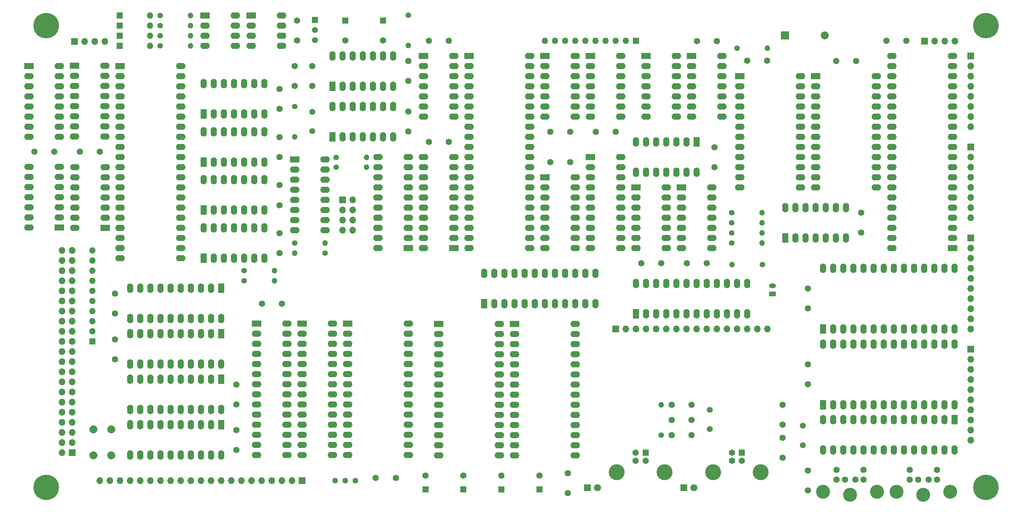
<source format=gbr>
%TF.GenerationSoftware,KiCad,Pcbnew,8.0.2-8.0.2-0~ubuntu20.04.1*%
%TF.CreationDate,2024-06-07T01:09:34+05:00*%
%TF.ProjectId,RedStar,52656453-7461-4722-9e6b-696361645f70,v1.5*%
%TF.SameCoordinates,Original*%
%TF.FileFunction,Soldermask,Bot*%
%TF.FilePolarity,Negative*%
%FSLAX46Y46*%
G04 Gerber Fmt 4.6, Leading zero omitted, Abs format (unit mm)*
G04 Created by KiCad (PCBNEW 8.0.2-8.0.2-0~ubuntu20.04.1) date 2024-06-07 01:09:34*
%MOMM*%
%LPD*%
G01*
G04 APERTURE LIST*
G04 Aperture macros list*
%AMRoundRect*
0 Rectangle with rounded corners*
0 $1 Rounding radius*
0 $2 $3 $4 $5 $6 $7 $8 $9 X,Y pos of 4 corners*
0 Add a 4 corners polygon primitive as box body*
4,1,4,$2,$3,$4,$5,$6,$7,$8,$9,$2,$3,0*
0 Add four circle primitives for the rounded corners*
1,1,$1+$1,$2,$3*
1,1,$1+$1,$4,$5*
1,1,$1+$1,$6,$7*
1,1,$1+$1,$8,$9*
0 Add four rect primitives between the rounded corners*
20,1,$1+$1,$2,$3,$4,$5,0*
20,1,$1+$1,$4,$5,$6,$7,0*
20,1,$1+$1,$6,$7,$8,$9,0*
20,1,$1+$1,$8,$9,$2,$3,0*%
G04 Aperture macros list end*
%ADD10R,1.600000X2.400000*%
%ADD11O,1.600000X2.400000*%
%ADD12C,1.400000*%
%ADD13O,1.400000X1.400000*%
%ADD14C,1.600000*%
%ADD15R,1.500000X1.500000*%
%ADD16C,1.500000*%
%ADD17R,1.600000X1.600000*%
%ADD18R,2.400000X1.600000*%
%ADD19O,2.400000X1.600000*%
%ADD20O,1.600000X1.600000*%
%ADD21C,3.500000*%
%ADD22R,1.700000X1.700000*%
%ADD23O,1.700000X1.700000*%
%ADD24C,0.800000*%
%ADD25C,6.400000*%
%ADD26C,4.000000*%
%ADD27R,1.800000X1.800000*%
%ADD28C,1.800000*%
%ADD29C,1.440000*%
%ADD30R,2.000000X2.000000*%
%ADD31C,2.000000*%
%ADD32RoundRect,0.250000X0.625000X-0.350000X0.625000X0.350000X-0.625000X0.350000X-0.625000X-0.350000X0*%
%ADD33O,1.750000X1.200000*%
G04 APERTURE END LIST*
D10*
%TO.C,DD17*%
X120015000Y-130810000D03*
D11*
X122555000Y-130810000D03*
X125095000Y-130810000D03*
X127635000Y-130810000D03*
X130175000Y-130810000D03*
X132715000Y-130810000D03*
X135255000Y-130810000D03*
X135255000Y-123190000D03*
X132715000Y-123190000D03*
X130175000Y-123190000D03*
X127635000Y-123190000D03*
X125095000Y-123190000D03*
X122555000Y-123190000D03*
X120015000Y-123190000D03*
%TD*%
D12*
%TO.C,R19*%
X171375000Y-69835000D03*
D13*
X171375000Y-77455000D03*
%TD*%
D14*
%TO.C,C45*%
X242521500Y-167640000D03*
X237521500Y-167640000D03*
%TD*%
D10*
%TO.C,DD41*%
X124455000Y-138415000D03*
D11*
X121915000Y-138415000D03*
X119375000Y-138415000D03*
X116835000Y-138415000D03*
X114295000Y-138415000D03*
X111755000Y-138415000D03*
X109215000Y-138415000D03*
X106675000Y-138415000D03*
X104135000Y-138415000D03*
X101595000Y-138415000D03*
X101595000Y-146035000D03*
X104135000Y-146035000D03*
X106675000Y-146035000D03*
X109215000Y-146035000D03*
X111755000Y-146035000D03*
X114295000Y-146035000D03*
X116835000Y-146035000D03*
X119375000Y-146035000D03*
X121915000Y-146035000D03*
X124455000Y-146035000D03*
%TD*%
D15*
%TO.C,DA2*%
X147955000Y-70993000D03*
D16*
X147955000Y-73533000D03*
X147955000Y-76073000D03*
%TD*%
D14*
%TO.C,C22*%
X139065000Y-105410000D03*
X139065000Y-100410000D03*
%TD*%
%TO.C,C2*%
X142875000Y-87550000D03*
X142875000Y-82550000D03*
%TD*%
%TO.C,C24*%
X207090000Y-99060000D03*
X212090000Y-99060000D03*
%TD*%
D12*
%TO.C,R14*%
X153289000Y-105537000D03*
D13*
X160909000Y-105537000D03*
%TD*%
D17*
%TO.C,C39*%
X175693000Y-188920000D03*
D14*
X175693000Y-185420000D03*
%TD*%
D12*
%TO.C,R9*%
X109055000Y-77470000D03*
D13*
X116675000Y-77470000D03*
%TD*%
D14*
%TO.C,C17*%
X128270000Y-167600000D03*
X128270000Y-162600000D03*
%TD*%
D18*
%TO.C,DD37*%
X76200000Y-82550000D03*
D19*
X76200000Y-85090000D03*
X76200000Y-87630000D03*
X76200000Y-90170000D03*
X76200000Y-92710000D03*
X76200000Y-95250000D03*
X76200000Y-97790000D03*
X76200000Y-100330000D03*
X83820000Y-100330000D03*
X83820000Y-97790000D03*
X83820000Y-95250000D03*
X83820000Y-92710000D03*
X83820000Y-90170000D03*
X83820000Y-87630000D03*
X83820000Y-85090000D03*
X83820000Y-82550000D03*
%TD*%
D18*
%TO.C,DD1*%
X186690000Y-80010000D03*
D19*
X186690000Y-82550000D03*
X186690000Y-85090000D03*
X186690000Y-87630000D03*
X186690000Y-90170000D03*
X186690000Y-92710000D03*
X186690000Y-95250000D03*
X186690000Y-97790000D03*
X186690000Y-100330000D03*
X186690000Y-102870000D03*
X186690000Y-105410000D03*
X186690000Y-107950000D03*
X186690000Y-110490000D03*
X186690000Y-113030000D03*
X186690000Y-115570000D03*
X186690000Y-118110000D03*
X186690000Y-120650000D03*
X186690000Y-123190000D03*
X186690000Y-125730000D03*
X186690000Y-128270000D03*
X201930000Y-128270000D03*
X201930000Y-125730000D03*
X201930000Y-123190000D03*
X201930000Y-120650000D03*
X201930000Y-118110000D03*
X201930000Y-115570000D03*
X201930000Y-113030000D03*
X201930000Y-110490000D03*
X201930000Y-107950000D03*
X201930000Y-105410000D03*
X201930000Y-102870000D03*
X201930000Y-100330000D03*
X201930000Y-97790000D03*
X201930000Y-95250000D03*
X201930000Y-92710000D03*
X201930000Y-90170000D03*
X201930000Y-87630000D03*
X201930000Y-85090000D03*
X201930000Y-82550000D03*
X201930000Y-80010000D03*
%TD*%
D17*
%TO.C,VD3*%
X98895000Y-74930000D03*
D20*
X106515000Y-74930000D03*
%TD*%
D14*
%TO.C,C13*%
X171450000Y-99020000D03*
X171450000Y-94020000D03*
%TD*%
%TO.C,J2*%
X299436000Y-186484000D03*
X302036000Y-186484000D03*
D21*
X307486000Y-189484000D03*
X300736000Y-190284000D03*
D14*
X297336000Y-186484000D03*
D21*
X293986000Y-189484000D03*
D14*
X304136000Y-186484000D03*
X297336000Y-183984000D03*
X304136000Y-183984000D03*
%TD*%
%TO.C,C10*%
X97790000Y-144740000D03*
X97790000Y-139740000D03*
%TD*%
D12*
%TO.C,R8*%
X109055000Y-74930000D03*
D13*
X116675000Y-74930000D03*
%TD*%
D12*
%TO.C,R7*%
X109055000Y-72390000D03*
D13*
X116675000Y-72390000D03*
%TD*%
D14*
%TO.C,J1*%
X281036000Y-186484000D03*
X283636000Y-186484000D03*
D21*
X289086000Y-189484000D03*
X282336000Y-190284000D03*
D14*
X278936000Y-186484000D03*
D21*
X275586000Y-189484000D03*
D14*
X285736000Y-186484000D03*
X278936000Y-183984000D03*
X285736000Y-183984000D03*
%TD*%
D22*
%TO.C,J3*%
X154940000Y-116205000D03*
D23*
X157480000Y-116205000D03*
X154940000Y-118745000D03*
X157480000Y-118745000D03*
X154940000Y-121285000D03*
X157480000Y-121285000D03*
X154940000Y-123825000D03*
X157480000Y-123825000D03*
%TD*%
D12*
%TO.C,R16*%
X142875000Y-127000000D03*
D13*
X150495000Y-127000000D03*
%TD*%
D14*
%TO.C,C5*%
X207050000Y-106680000D03*
X212050000Y-106680000D03*
%TD*%
%TO.C,C11*%
X285115000Y-124380000D03*
X285115000Y-119380000D03*
%TD*%
D24*
%TO.C,H2*%
X314070000Y-72400000D03*
X314772944Y-70702944D03*
X314772944Y-74097056D03*
X316470000Y-70000000D03*
D25*
X316470000Y-72400000D03*
D24*
X316470000Y-74800000D03*
X318167056Y-70702944D03*
X318167056Y-74097056D03*
X318870000Y-72400000D03*
%TD*%
D12*
%TO.C,R4*%
X252603000Y-127000000D03*
D13*
X260223000Y-127000000D03*
%TD*%
D10*
%TO.C,DD34*%
X275590000Y-148595000D03*
D11*
X278130000Y-148595000D03*
X280670000Y-148595000D03*
X283210000Y-148595000D03*
X285750000Y-148595000D03*
X288290000Y-148595000D03*
X290830000Y-148595000D03*
X293370000Y-148595000D03*
X295910000Y-148595000D03*
X298450000Y-148595000D03*
X300990000Y-148595000D03*
X303530000Y-148595000D03*
X306070000Y-148595000D03*
X308610000Y-148595000D03*
X308610000Y-133355000D03*
X306070000Y-133355000D03*
X303530000Y-133355000D03*
X300990000Y-133355000D03*
X298450000Y-133355000D03*
X295910000Y-133355000D03*
X293370000Y-133355000D03*
X290830000Y-133355000D03*
X288290000Y-133355000D03*
X285750000Y-133355000D03*
X283210000Y-133355000D03*
X280670000Y-133355000D03*
X278130000Y-133355000D03*
X275590000Y-133355000D03*
%TD*%
D14*
%TO.C,C25*%
X77545000Y-104130000D03*
X82545000Y-104130000D03*
%TD*%
D10*
%TO.C,DD19*%
X120010000Y-106695000D03*
D11*
X122550000Y-106695000D03*
X125090000Y-106695000D03*
X127630000Y-106695000D03*
X130170000Y-106695000D03*
X132710000Y-106695000D03*
X135250000Y-106695000D03*
X135250000Y-99075000D03*
X132710000Y-99075000D03*
X130170000Y-99075000D03*
X127630000Y-99075000D03*
X125090000Y-99075000D03*
X122550000Y-99075000D03*
X120010000Y-99075000D03*
%TD*%
D17*
%TO.C,C37*%
X155575000Y-71120000D03*
D14*
X155575000Y-76120000D03*
%TD*%
D12*
%TO.C,R5*%
X252603000Y-124460000D03*
D13*
X260223000Y-124460000D03*
%TD*%
D17*
%TO.C,VD2*%
X98895000Y-72390000D03*
D20*
X106515000Y-72390000D03*
%TD*%
D18*
%TO.C,DD14*%
X242570000Y-80010000D03*
D19*
X242570000Y-82550000D03*
X242570000Y-85090000D03*
X242570000Y-87630000D03*
X242570000Y-90170000D03*
X242570000Y-92710000D03*
X242570000Y-95250000D03*
X250190000Y-95250000D03*
X250190000Y-92710000D03*
X250190000Y-90170000D03*
X250190000Y-87630000D03*
X250190000Y-85090000D03*
X250190000Y-82550000D03*
X250190000Y-80010000D03*
%TD*%
D18*
%TO.C,DD13*%
X240030000Y-113030000D03*
D19*
X240030000Y-115570000D03*
X240030000Y-118110000D03*
X240030000Y-120650000D03*
X240030000Y-123190000D03*
X240030000Y-125730000D03*
X240030000Y-128270000D03*
X247650000Y-128270000D03*
X247650000Y-125730000D03*
X247650000Y-123190000D03*
X247650000Y-120650000D03*
X247650000Y-118110000D03*
X247650000Y-115570000D03*
X247650000Y-113030000D03*
%TD*%
D17*
%TO.C,J13*%
X231014000Y-179734500D03*
D14*
X228514000Y-179734500D03*
X228514000Y-181734500D03*
X231014000Y-181734500D03*
D26*
X235764000Y-184594500D03*
X223764000Y-184594500D03*
%TD*%
D10*
%TO.C,DD8*%
X266065000Y-125730000D03*
D11*
X268605000Y-125730000D03*
X271145000Y-125730000D03*
X273685000Y-125730000D03*
X276225000Y-125730000D03*
X278765000Y-125730000D03*
X281305000Y-125730000D03*
X281305000Y-118110000D03*
X278765000Y-118110000D03*
X276225000Y-118110000D03*
X273685000Y-118110000D03*
X271145000Y-118110000D03*
X268605000Y-118110000D03*
X266065000Y-118110000D03*
%TD*%
D18*
%TO.C,DD7*%
X205740000Y-80010000D03*
D19*
X205740000Y-82550000D03*
X205740000Y-85090000D03*
X205740000Y-87630000D03*
X205740000Y-90170000D03*
X205740000Y-92710000D03*
X205740000Y-95250000D03*
X213360000Y-95250000D03*
X213360000Y-92710000D03*
X213360000Y-90170000D03*
X213360000Y-87630000D03*
X213360000Y-85090000D03*
X213360000Y-82550000D03*
X213360000Y-80010000D03*
%TD*%
D14*
%TO.C,C30*%
X88975000Y-104130000D03*
X93975000Y-104130000D03*
%TD*%
%TO.C,C35*%
X271780000Y-143470000D03*
X271780000Y-138470000D03*
%TD*%
D18*
%TO.C,DD29*%
X254635000Y-85095000D03*
D19*
X254635000Y-87635000D03*
X254635000Y-90175000D03*
X254635000Y-92715000D03*
X254635000Y-95255000D03*
X254635000Y-97795000D03*
X254635000Y-100335000D03*
X254635000Y-102875000D03*
X254635000Y-105415000D03*
X254635000Y-107955000D03*
X254635000Y-110495000D03*
X254635000Y-113035000D03*
X269875000Y-113035000D03*
X269875000Y-110495000D03*
X269875000Y-107955000D03*
X269875000Y-105415000D03*
X269875000Y-102875000D03*
X269875000Y-100335000D03*
X269875000Y-97795000D03*
X269875000Y-95255000D03*
X269875000Y-92715000D03*
X269875000Y-90175000D03*
X269875000Y-87635000D03*
X269875000Y-85095000D03*
%TD*%
D12*
%TO.C,R12*%
X130175000Y-133985000D03*
D13*
X137795000Y-133985000D03*
%TD*%
D17*
%TO.C,C40*%
X185243000Y-188920000D03*
D14*
X185243000Y-185420000D03*
%TD*%
D17*
%TO.C,RN2*%
X92075000Y-151765000D03*
D20*
X92075000Y-149225000D03*
X92075000Y-146685000D03*
X92075000Y-144145000D03*
X92075000Y-141605000D03*
X92075000Y-139065000D03*
X92075000Y-136525000D03*
X92075000Y-133985000D03*
X92075000Y-131445000D03*
X92075000Y-128905000D03*
%TD*%
D14*
%TO.C,C27*%
X134700000Y-142240000D03*
X139700000Y-142240000D03*
%TD*%
D18*
%TO.C,DD24*%
X144705000Y-147305000D03*
D19*
X144705000Y-149845000D03*
X144705000Y-152385000D03*
X144705000Y-154925000D03*
X144705000Y-157465000D03*
X144705000Y-160005000D03*
X144705000Y-162545000D03*
X144705000Y-165085000D03*
X144705000Y-167625000D03*
X144705000Y-170165000D03*
X144705000Y-172705000D03*
X144705000Y-175245000D03*
X144705000Y-177785000D03*
X144705000Y-180325000D03*
X152325000Y-180325000D03*
X152325000Y-177785000D03*
X152325000Y-175245000D03*
X152325000Y-172705000D03*
X152325000Y-170165000D03*
X152325000Y-167625000D03*
X152325000Y-165085000D03*
X152325000Y-162545000D03*
X152325000Y-160005000D03*
X152325000Y-157465000D03*
X152325000Y-154925000D03*
X152325000Y-152385000D03*
X152325000Y-149845000D03*
X152325000Y-147305000D03*
%TD*%
D12*
%TO.C,R10*%
X150495000Y-129540000D03*
D13*
X142875000Y-129540000D03*
%TD*%
D22*
%TO.C,J10*%
X301000000Y-76327000D03*
D23*
X303540000Y-76327000D03*
X306080000Y-76327000D03*
X308620000Y-76327000D03*
%TD*%
D17*
%TO.C,VD1*%
X98895000Y-69850000D03*
D20*
X106515000Y-69850000D03*
%TD*%
D14*
%TO.C,C21*%
X97790000Y-156210000D03*
X97790000Y-151210000D03*
%TD*%
%TO.C,C18*%
X229910000Y-132080000D03*
X234910000Y-132080000D03*
%TD*%
%TO.C,C12*%
X218480000Y-99060000D03*
X223480000Y-99060000D03*
%TD*%
D24*
%TO.C,H1*%
X78070000Y-72400000D03*
X78772944Y-70702944D03*
X78772944Y-74097056D03*
X80470000Y-70000000D03*
D25*
X80470000Y-72400000D03*
D24*
X80470000Y-74800000D03*
X82167056Y-70702944D03*
X82167056Y-74097056D03*
X82870000Y-72400000D03*
%TD*%
D14*
%TO.C,C23*%
X211455000Y-189825000D03*
X211455000Y-184825000D03*
%TD*%
D27*
%TO.C,LED1*%
X216353000Y-188500500D03*
D28*
X218893000Y-188500500D03*
%TD*%
D24*
%TO.C,H3*%
X314070000Y-188400000D03*
X314772944Y-186702944D03*
X314772944Y-190097056D03*
X316470000Y-186000000D03*
D25*
X316470000Y-188400000D03*
D24*
X316470000Y-190800000D03*
X318167056Y-186702944D03*
X318167056Y-190097056D03*
X318870000Y-188400000D03*
%TD*%
D12*
%TO.C,R6*%
X109055000Y-69850000D03*
D13*
X116675000Y-69850000D03*
%TD*%
D14*
%TO.C,C31*%
X271705000Y-189175000D03*
X271705000Y-184175000D03*
%TD*%
D17*
%TO.C,C41*%
X194793000Y-188920000D03*
D14*
X194793000Y-185420000D03*
%TD*%
D10*
%TO.C,DD40*%
X124455000Y-149845000D03*
D11*
X121915000Y-149845000D03*
X119375000Y-149845000D03*
X116835000Y-149845000D03*
X114295000Y-149845000D03*
X111755000Y-149845000D03*
X109215000Y-149845000D03*
X106675000Y-149845000D03*
X104135000Y-149845000D03*
X101595000Y-149845000D03*
X101595000Y-157465000D03*
X104135000Y-157465000D03*
X106675000Y-157465000D03*
X109215000Y-157465000D03*
X111755000Y-157465000D03*
X114295000Y-157465000D03*
X116835000Y-157465000D03*
X119375000Y-157465000D03*
X121915000Y-157465000D03*
X124455000Y-157465000D03*
%TD*%
D18*
%TO.C,DD28*%
X308045000Y-128275000D03*
D19*
X308045000Y-125735000D03*
X308045000Y-123195000D03*
X308045000Y-120655000D03*
X308045000Y-118115000D03*
X308045000Y-115575000D03*
X308045000Y-113035000D03*
X308045000Y-110495000D03*
X308045000Y-107955000D03*
X308045000Y-105415000D03*
X308045000Y-102875000D03*
X308045000Y-100335000D03*
X308045000Y-97795000D03*
X308045000Y-95255000D03*
X308045000Y-92715000D03*
X308045000Y-90175000D03*
X308045000Y-87635000D03*
X308045000Y-85095000D03*
X308045000Y-82555000D03*
X308045000Y-80015000D03*
X292805000Y-80015000D03*
X292805000Y-82555000D03*
X292805000Y-85095000D03*
X292805000Y-87635000D03*
X292805000Y-90175000D03*
X292805000Y-92715000D03*
X292805000Y-95255000D03*
X292805000Y-97795000D03*
X292805000Y-100335000D03*
X292805000Y-102875000D03*
X292805000Y-105415000D03*
X292805000Y-107955000D03*
X292805000Y-110495000D03*
X292805000Y-113035000D03*
X292805000Y-115575000D03*
X292805000Y-118115000D03*
X292805000Y-120655000D03*
X292805000Y-123195000D03*
X292805000Y-125735000D03*
X292805000Y-128275000D03*
%TD*%
D18*
%TO.C,DD21*%
X217170000Y-105410000D03*
D19*
X217170000Y-107950000D03*
X217170000Y-110490000D03*
X217170000Y-113030000D03*
X217170000Y-115570000D03*
X217170000Y-118110000D03*
X217170000Y-120650000D03*
X217170000Y-123190000D03*
X217170000Y-125730000D03*
X217170000Y-128270000D03*
X224790000Y-128270000D03*
X224790000Y-125730000D03*
X224790000Y-123190000D03*
X224790000Y-120650000D03*
X224790000Y-118110000D03*
X224790000Y-115570000D03*
X224790000Y-113030000D03*
X224790000Y-110490000D03*
X224790000Y-107950000D03*
X224790000Y-105410000D03*
%TD*%
D18*
%TO.C,DD44*%
X131915000Y-69850000D03*
D19*
X131915000Y-72390000D03*
X131915000Y-74930000D03*
X131915000Y-77470000D03*
X139535000Y-77470000D03*
X139535000Y-74930000D03*
X139535000Y-72390000D03*
X139535000Y-69850000D03*
%TD*%
D17*
%TO.C,VD4*%
X98895000Y-77470000D03*
D20*
X106515000Y-77470000D03*
%TD*%
D14*
%TO.C,C14*%
X243880000Y-76332000D03*
X248880000Y-76332000D03*
%TD*%
D10*
%TO.C,DD2*%
X152400000Y-100330000D03*
D11*
X154940000Y-100330000D03*
X157480000Y-100330000D03*
X160020000Y-100330000D03*
X162560000Y-100330000D03*
X165100000Y-100330000D03*
X167640000Y-100330000D03*
X167640000Y-92710000D03*
X165100000Y-92710000D03*
X162560000Y-92710000D03*
X160020000Y-92710000D03*
X157480000Y-92710000D03*
X154940000Y-92710000D03*
X152400000Y-92710000D03*
%TD*%
D10*
%TO.C,DD42*%
X228595000Y-144795000D03*
D11*
X231135000Y-144795000D03*
X233675000Y-144795000D03*
X236215000Y-144795000D03*
X238755000Y-144795000D03*
X241295000Y-144795000D03*
X243835000Y-144795000D03*
X246375000Y-144795000D03*
X248915000Y-144795000D03*
X251455000Y-144795000D03*
X253995000Y-144795000D03*
X256535000Y-144795000D03*
X256535000Y-137175000D03*
X253995000Y-137175000D03*
X251455000Y-137175000D03*
X248915000Y-137175000D03*
X246375000Y-137175000D03*
X243835000Y-137175000D03*
X241295000Y-137175000D03*
X238755000Y-137175000D03*
X236215000Y-137175000D03*
X233675000Y-137175000D03*
X231135000Y-137175000D03*
X228595000Y-137175000D03*
%TD*%
D10*
%TO.C,DD38*%
X124455000Y-172705000D03*
D11*
X121915000Y-172705000D03*
X119375000Y-172705000D03*
X116835000Y-172705000D03*
X114295000Y-172705000D03*
X111755000Y-172705000D03*
X109215000Y-172705000D03*
X106675000Y-172705000D03*
X104135000Y-172705000D03*
X101595000Y-172705000D03*
X101595000Y-180325000D03*
X104135000Y-180325000D03*
X106675000Y-180325000D03*
X109215000Y-180325000D03*
X111755000Y-180325000D03*
X114295000Y-180325000D03*
X116835000Y-180325000D03*
X119375000Y-180325000D03*
X121915000Y-180325000D03*
X124455000Y-180325000D03*
%TD*%
D22*
%TO.C,J4*%
X223520000Y-148590000D03*
D23*
X226060000Y-148590000D03*
X228600000Y-148590000D03*
X231140000Y-148590000D03*
X233680000Y-148590000D03*
X236220000Y-148590000D03*
X238760000Y-148590000D03*
X241300000Y-148590000D03*
X243840000Y-148590000D03*
X246380000Y-148590000D03*
X248920000Y-148590000D03*
X251460000Y-148590000D03*
X254000000Y-148590000D03*
X256540000Y-148590000D03*
X259080000Y-148590000D03*
X261620000Y-148590000D03*
%TD*%
D14*
%TO.C,C3*%
X265350000Y-175935000D03*
X265350000Y-180935000D03*
%TD*%
D18*
%TO.C,DD32*%
X198120000Y-147320000D03*
D19*
X198120000Y-149860000D03*
X198120000Y-152400000D03*
X198120000Y-154940000D03*
X198120000Y-157480000D03*
X198120000Y-160020000D03*
X198120000Y-162560000D03*
X198120000Y-165100000D03*
X198120000Y-167640000D03*
X198120000Y-170180000D03*
X198120000Y-172720000D03*
X198120000Y-175260000D03*
X198120000Y-177800000D03*
X198120000Y-180340000D03*
X213360000Y-180340000D03*
X213360000Y-177800000D03*
X213360000Y-175260000D03*
X213360000Y-172720000D03*
X213360000Y-170180000D03*
X213360000Y-167640000D03*
X213360000Y-165100000D03*
X213360000Y-162560000D03*
X213360000Y-160020000D03*
X213360000Y-157480000D03*
X213360000Y-154940000D03*
X213360000Y-152400000D03*
X213360000Y-149860000D03*
X213360000Y-147320000D03*
%TD*%
D18*
%TO.C,DD20*%
X205740000Y-110490000D03*
D19*
X205740000Y-113030000D03*
X205740000Y-115570000D03*
X205740000Y-118110000D03*
X205740000Y-120650000D03*
X205740000Y-123190000D03*
X205740000Y-125730000D03*
X205740000Y-128270000D03*
X213360000Y-128270000D03*
X213360000Y-125730000D03*
X213360000Y-123190000D03*
X213360000Y-120650000D03*
X213360000Y-118110000D03*
X213360000Y-115570000D03*
X213360000Y-113030000D03*
X213360000Y-110490000D03*
%TD*%
D18*
%TO.C,DD27*%
X99060000Y-82550000D03*
D19*
X99060000Y-85090000D03*
X99060000Y-87630000D03*
X99060000Y-90170000D03*
X99060000Y-92710000D03*
X99060000Y-95250000D03*
X99060000Y-97790000D03*
X99060000Y-100330000D03*
X99060000Y-102870000D03*
X99060000Y-105410000D03*
X99060000Y-107950000D03*
X99060000Y-110490000D03*
X99060000Y-113030000D03*
X99060000Y-115570000D03*
X99060000Y-118110000D03*
X99060000Y-120650000D03*
X99060000Y-123190000D03*
X99060000Y-125730000D03*
X99060000Y-128270000D03*
X99060000Y-130810000D03*
X114300000Y-130810000D03*
X114300000Y-128270000D03*
X114300000Y-125730000D03*
X114300000Y-123190000D03*
X114300000Y-120650000D03*
X114300000Y-118110000D03*
X114300000Y-115570000D03*
X114300000Y-113030000D03*
X114300000Y-110490000D03*
X114300000Y-107950000D03*
X114300000Y-105410000D03*
X114300000Y-102870000D03*
X114300000Y-100330000D03*
X114300000Y-97790000D03*
X114300000Y-95250000D03*
X114300000Y-92710000D03*
X114300000Y-90170000D03*
X114300000Y-87630000D03*
X114300000Y-85090000D03*
X114300000Y-82550000D03*
%TD*%
D18*
%TO.C,DD43*%
X120315000Y-69850000D03*
D19*
X120315000Y-72390000D03*
X120315000Y-74930000D03*
X120315000Y-77470000D03*
X127935000Y-77470000D03*
X127935000Y-74930000D03*
X127935000Y-72390000D03*
X127935000Y-69850000D03*
%TD*%
D29*
%TO.C,RV1*%
X158115000Y-186690000D03*
X155575000Y-186690000D03*
X153035000Y-186690000D03*
%TD*%
D10*
%TO.C,DD3*%
X152400000Y-87630000D03*
D11*
X154940000Y-87630000D03*
X157480000Y-87630000D03*
X160020000Y-87630000D03*
X162560000Y-87630000D03*
X165100000Y-87630000D03*
X167640000Y-87630000D03*
X167640000Y-80010000D03*
X165100000Y-80010000D03*
X162560000Y-80010000D03*
X160020000Y-80010000D03*
X157480000Y-80010000D03*
X154940000Y-80010000D03*
X152400000Y-80010000D03*
%TD*%
D18*
%TO.C,DD31*%
X179070000Y-147320000D03*
D19*
X179070000Y-149860000D03*
X179070000Y-152400000D03*
X179070000Y-154940000D03*
X179070000Y-157480000D03*
X179070000Y-160020000D03*
X179070000Y-162560000D03*
X179070000Y-165100000D03*
X179070000Y-167640000D03*
X179070000Y-170180000D03*
X179070000Y-172720000D03*
X179070000Y-175260000D03*
X179070000Y-177800000D03*
X179070000Y-180340000D03*
X194310000Y-180340000D03*
X194310000Y-177800000D03*
X194310000Y-175260000D03*
X194310000Y-172720000D03*
X194310000Y-170180000D03*
X194310000Y-167640000D03*
X194310000Y-165100000D03*
X194310000Y-162560000D03*
X194310000Y-160020000D03*
X194310000Y-157480000D03*
X194310000Y-154940000D03*
X194310000Y-152400000D03*
X194310000Y-149860000D03*
X194310000Y-147320000D03*
%TD*%
D14*
%TO.C,C26*%
X163235000Y-186055000D03*
X168235000Y-186055000D03*
%TD*%
%TO.C,C4*%
X265350000Y-172680000D03*
X265350000Y-167680000D03*
%TD*%
%TO.C,C32*%
X278845000Y-81280000D03*
X283845000Y-81280000D03*
%TD*%
D18*
%TO.C,DD4*%
X175260000Y-80010000D03*
D19*
X175260000Y-82550000D03*
X175260000Y-85090000D03*
X175260000Y-87630000D03*
X175260000Y-90170000D03*
X175260000Y-92710000D03*
X175260000Y-95250000D03*
X182880000Y-95250000D03*
X182880000Y-92710000D03*
X182880000Y-90170000D03*
X182880000Y-87630000D03*
X182880000Y-85090000D03*
X182880000Y-82550000D03*
X182880000Y-80010000D03*
%TD*%
D18*
%TO.C,DD22*%
X142875000Y-106045000D03*
D19*
X142875000Y-108585000D03*
X142875000Y-111125000D03*
X142875000Y-113665000D03*
X142875000Y-116205000D03*
X142875000Y-118745000D03*
X142875000Y-121285000D03*
X142875000Y-123825000D03*
X150495000Y-123825000D03*
X150495000Y-121285000D03*
X150495000Y-118745000D03*
X150495000Y-116205000D03*
X150495000Y-113665000D03*
X150495000Y-111125000D03*
X150495000Y-108585000D03*
X150495000Y-106045000D03*
%TD*%
D12*
%TO.C,R2*%
X252603000Y-119380000D03*
D13*
X260223000Y-119380000D03*
%TD*%
D17*
%TO.C,C42*%
X204343000Y-188920000D03*
D14*
X204343000Y-185420000D03*
%TD*%
%TO.C,C36*%
X143510000Y-71120000D03*
X143510000Y-76120000D03*
%TD*%
%TO.C,C33*%
X291465000Y-76200000D03*
X296465000Y-76200000D03*
%TD*%
D10*
%TO.C,DD45*%
X243840000Y-101600000D03*
D11*
X241300000Y-101600000D03*
X238760000Y-101600000D03*
X236220000Y-101600000D03*
X233680000Y-101600000D03*
X231140000Y-101600000D03*
X228600000Y-101600000D03*
X228600000Y-109220000D03*
X231140000Y-109220000D03*
X233680000Y-109220000D03*
X236220000Y-109220000D03*
X238760000Y-109220000D03*
X241300000Y-109220000D03*
X243840000Y-109220000D03*
%TD*%
D18*
%TO.C,DD10*%
X217170000Y-80010000D03*
D19*
X217170000Y-82550000D03*
X217170000Y-85090000D03*
X217170000Y-87630000D03*
X217170000Y-90170000D03*
X217170000Y-92710000D03*
X217170000Y-95250000D03*
X224790000Y-95250000D03*
X224790000Y-92710000D03*
X224790000Y-90170000D03*
X224790000Y-87630000D03*
X224790000Y-85090000D03*
X224790000Y-82550000D03*
X224790000Y-80010000D03*
%TD*%
D10*
%TO.C,DD35*%
X308600000Y-171435000D03*
D11*
X306060000Y-171435000D03*
X303520000Y-171435000D03*
X300980000Y-171435000D03*
X298440000Y-171435000D03*
X295900000Y-171435000D03*
X293360000Y-171435000D03*
X290820000Y-171435000D03*
X288280000Y-171435000D03*
X285740000Y-171435000D03*
X283200000Y-171435000D03*
X280660000Y-171435000D03*
X278120000Y-171435000D03*
X275580000Y-171435000D03*
X275580000Y-179055000D03*
X278120000Y-179055000D03*
X280660000Y-179055000D03*
X283200000Y-179055000D03*
X285740000Y-179055000D03*
X288280000Y-179055000D03*
X290820000Y-179055000D03*
X293360000Y-179055000D03*
X295900000Y-179055000D03*
X298440000Y-179055000D03*
X300980000Y-179055000D03*
X303520000Y-179055000D03*
X306060000Y-179055000D03*
X308600000Y-179055000D03*
%TD*%
D18*
%TO.C,DD23*%
X133275000Y-147305000D03*
D19*
X133275000Y-149845000D03*
X133275000Y-152385000D03*
X133275000Y-154925000D03*
X133275000Y-157465000D03*
X133275000Y-160005000D03*
X133275000Y-162545000D03*
X133275000Y-165085000D03*
X133275000Y-167625000D03*
X133275000Y-170165000D03*
X133275000Y-172705000D03*
X133275000Y-175245000D03*
X133275000Y-177785000D03*
X133275000Y-180325000D03*
X140895000Y-180325000D03*
X140895000Y-177785000D03*
X140895000Y-175245000D03*
X140895000Y-172705000D03*
X140895000Y-170165000D03*
X140895000Y-167625000D03*
X140895000Y-165085000D03*
X140895000Y-162545000D03*
X140895000Y-160005000D03*
X140895000Y-157465000D03*
X140895000Y-154925000D03*
X140895000Y-152385000D03*
X140895000Y-149845000D03*
X140895000Y-147305000D03*
%TD*%
D22*
%TO.C,J7*%
X312617000Y-80015000D03*
D23*
X312617000Y-82555000D03*
X312617000Y-85095000D03*
X312617000Y-87635000D03*
X312617000Y-90175000D03*
X312617000Y-92715000D03*
X312617000Y-95255000D03*
X312617000Y-97795000D03*
%TD*%
D10*
%TO.C,DD26*%
X190500000Y-142240000D03*
D11*
X193040000Y-142240000D03*
X195580000Y-142240000D03*
X198120000Y-142240000D03*
X200660000Y-142240000D03*
X203200000Y-142240000D03*
X205740000Y-142240000D03*
X208280000Y-142240000D03*
X210820000Y-142240000D03*
X213360000Y-142240000D03*
X215900000Y-142240000D03*
X218440000Y-142240000D03*
X218440000Y-134620000D03*
X215900000Y-134620000D03*
X213360000Y-134620000D03*
X210820000Y-134620000D03*
X208280000Y-134620000D03*
X205740000Y-134620000D03*
X203200000Y-134620000D03*
X200660000Y-134620000D03*
X198120000Y-134620000D03*
X195580000Y-134620000D03*
X193040000Y-134620000D03*
X190500000Y-134620000D03*
%TD*%
D17*
%TO.C,J12*%
X255175000Y-179734500D03*
D14*
X252675000Y-179734500D03*
X252675000Y-181734500D03*
X255175000Y-181734500D03*
D26*
X259925000Y-184594500D03*
X247925000Y-184594500D03*
%TD*%
D14*
%TO.C,C28*%
X256505000Y-81265000D03*
X261505000Y-81265000D03*
%TD*%
D22*
%TO.C,J8*%
X312617000Y-153675000D03*
D23*
X312617000Y-156215000D03*
X312617000Y-158755000D03*
X312617000Y-161295000D03*
X312617000Y-163835000D03*
X312617000Y-166375000D03*
X312617000Y-168915000D03*
X312617000Y-171455000D03*
X312617000Y-173995000D03*
X312617000Y-176535000D03*
%TD*%
D18*
%TO.C,DD12*%
X83815000Y-123180000D03*
D19*
X83815000Y-120640000D03*
X83815000Y-118100000D03*
X83815000Y-115560000D03*
X83815000Y-113020000D03*
X83815000Y-110480000D03*
X83815000Y-107940000D03*
X76195000Y-107940000D03*
X76195000Y-110480000D03*
X76195000Y-113020000D03*
X76195000Y-115560000D03*
X76195000Y-118100000D03*
X76195000Y-120640000D03*
X76195000Y-123180000D03*
%TD*%
D14*
%TO.C,C8*%
X248285000Y-107950000D03*
X248285000Y-102950000D03*
%TD*%
%TO.C,C29*%
X128270000Y-178990000D03*
X128270000Y-173990000D03*
%TD*%
D12*
%TO.C,R13*%
X130175000Y-136525000D03*
D13*
X137795000Y-136525000D03*
%TD*%
D17*
%TO.C,C38*%
X165025000Y-71120000D03*
D14*
X165025000Y-76120000D03*
%TD*%
D10*
%TO.C,DD18*%
X120015000Y-118745000D03*
D11*
X122555000Y-118745000D03*
X125095000Y-118745000D03*
X127635000Y-118745000D03*
X130175000Y-118745000D03*
X132715000Y-118745000D03*
X135255000Y-118745000D03*
X135255000Y-111125000D03*
X132715000Y-111125000D03*
X130175000Y-111125000D03*
X127635000Y-111125000D03*
X125095000Y-111125000D03*
X122555000Y-111125000D03*
X120015000Y-111125000D03*
%TD*%
D12*
%TO.C,R18*%
X260350000Y-132461000D03*
D13*
X252730000Y-132461000D03*
%TD*%
D18*
%TO.C,DD9*%
X228600000Y-113030000D03*
D19*
X228600000Y-115570000D03*
X228600000Y-118110000D03*
X228600000Y-120650000D03*
X228600000Y-123190000D03*
X228600000Y-125730000D03*
X228600000Y-128270000D03*
X236220000Y-128270000D03*
X236220000Y-125730000D03*
X236220000Y-123190000D03*
X236220000Y-120650000D03*
X236220000Y-118110000D03*
X236220000Y-115570000D03*
X236220000Y-113030000D03*
%TD*%
D30*
%TO.C,BZ1*%
X265990000Y-74915000D03*
D31*
X275990000Y-74915000D03*
%TD*%
D22*
%TO.C,J9*%
X312617000Y-125735000D03*
D23*
X312617000Y-128275000D03*
X312617000Y-130815000D03*
X312617000Y-133355000D03*
X312617000Y-135895000D03*
X312617000Y-138435000D03*
X312617000Y-140975000D03*
X312617000Y-143515000D03*
X312617000Y-146055000D03*
X312617000Y-148595000D03*
%TD*%
D17*
%TO.C,RN1*%
X228600000Y-76200000D03*
D20*
X226060000Y-76200000D03*
X223520000Y-76200000D03*
X220980000Y-76200000D03*
X218440000Y-76200000D03*
X215900000Y-76200000D03*
X213360000Y-76200000D03*
X210820000Y-76200000D03*
X208280000Y-76200000D03*
X205740000Y-76200000D03*
%TD*%
D16*
%TO.C,Y2*%
X270510000Y-177800000D03*
X270510000Y-172920000D03*
%TD*%
D14*
%TO.C,C6*%
X171450000Y-86320000D03*
X171450000Y-81320000D03*
%TD*%
D18*
%TO.C,DD30*%
X273685000Y-85095000D03*
D19*
X273685000Y-87635000D03*
X273685000Y-90175000D03*
X273685000Y-92715000D03*
X273685000Y-95255000D03*
X273685000Y-97795000D03*
X273685000Y-100335000D03*
X273685000Y-102875000D03*
X273685000Y-105415000D03*
X273685000Y-107955000D03*
X273685000Y-110495000D03*
X273685000Y-113035000D03*
X288925000Y-113035000D03*
X288925000Y-110495000D03*
X288925000Y-107955000D03*
X288925000Y-105415000D03*
X288925000Y-102875000D03*
X288925000Y-100335000D03*
X288925000Y-97795000D03*
X288925000Y-95255000D03*
X288925000Y-92715000D03*
X288925000Y-90175000D03*
X288925000Y-87635000D03*
X288925000Y-85095000D03*
%TD*%
D14*
%TO.C,C9*%
X139065000Y-129540000D03*
X139065000Y-124540000D03*
%TD*%
D10*
%TO.C,DD39*%
X124455000Y-161260000D03*
D11*
X121915000Y-161260000D03*
X119375000Y-161260000D03*
X116835000Y-161260000D03*
X114295000Y-161260000D03*
X111755000Y-161260000D03*
X109215000Y-161260000D03*
X106675000Y-161260000D03*
X104135000Y-161260000D03*
X101595000Y-161260000D03*
X101595000Y-168880000D03*
X104135000Y-168880000D03*
X106675000Y-168880000D03*
X109215000Y-168880000D03*
X111755000Y-168880000D03*
X114295000Y-168880000D03*
X116835000Y-168880000D03*
X119375000Y-168880000D03*
X121915000Y-168880000D03*
X124455000Y-168880000D03*
%TD*%
D18*
%TO.C,DD11*%
X95260000Y-123185000D03*
D19*
X95260000Y-120645000D03*
X95260000Y-118105000D03*
X95260000Y-115565000D03*
X95260000Y-113025000D03*
X95260000Y-110485000D03*
X95260000Y-107945000D03*
X87640000Y-107945000D03*
X87640000Y-110485000D03*
X87640000Y-113025000D03*
X87640000Y-115565000D03*
X87640000Y-118105000D03*
X87640000Y-120645000D03*
X87640000Y-123185000D03*
%TD*%
D12*
%TO.C,R3*%
X252603000Y-121920000D03*
D13*
X260223000Y-121920000D03*
%TD*%
D14*
%TO.C,C1*%
X147320000Y-87550000D03*
X147320000Y-82550000D03*
%TD*%
%TO.C,C7*%
X176570000Y-76200000D03*
X181570000Y-76200000D03*
%TD*%
%TO.C,C16*%
X139065000Y-117515000D03*
X139065000Y-112515000D03*
%TD*%
D27*
%TO.C,LED2*%
X240590000Y-188500500D03*
D28*
X243130000Y-188500500D03*
%TD*%
D12*
%TO.C,R17*%
X253925000Y-78090000D03*
D13*
X261545000Y-78090000D03*
%TD*%
D14*
%TO.C,C19*%
X176570000Y-101600000D03*
X181570000Y-101600000D03*
%TD*%
D22*
%TO.C,U1*%
X86990000Y-179690000D03*
D23*
X84450000Y-179690000D03*
X86990000Y-177150000D03*
X84450000Y-177150000D03*
X86990000Y-174610000D03*
X84450000Y-174610000D03*
X86990000Y-172070000D03*
X84450000Y-172070000D03*
X86990000Y-169530000D03*
X84450000Y-169530000D03*
X86990000Y-166990000D03*
X84450000Y-166990000D03*
X86990000Y-164450000D03*
X84450000Y-164450000D03*
X86990000Y-161910000D03*
X84450000Y-161910000D03*
X86990000Y-159370000D03*
X84450000Y-159370000D03*
X86990000Y-156830000D03*
X84450000Y-156830000D03*
X86990000Y-154290000D03*
X84450000Y-154290000D03*
X86990000Y-151750000D03*
X84450000Y-151750000D03*
X86990000Y-149210000D03*
X84450000Y-149210000D03*
X86990000Y-146670000D03*
X84450000Y-146670000D03*
X86990000Y-144130000D03*
X84450000Y-144130000D03*
X86990000Y-141590000D03*
X84450000Y-141590000D03*
X86990000Y-139050000D03*
X84450000Y-139050000D03*
X86990000Y-136510000D03*
X84450000Y-136510000D03*
X86990000Y-133970000D03*
X84450000Y-133970000D03*
X86990000Y-131430000D03*
X84450000Y-131430000D03*
X86990000Y-128890000D03*
X84450000Y-128890000D03*
%TD*%
D18*
%TO.C,DD6*%
X171450000Y-128270000D03*
D19*
X171450000Y-125730000D03*
X171450000Y-123190000D03*
X171450000Y-120650000D03*
X171450000Y-118110000D03*
X171450000Y-115570000D03*
X171450000Y-113030000D03*
X171450000Y-110490000D03*
X171450000Y-107950000D03*
X171450000Y-105410000D03*
X163830000Y-105410000D03*
X163830000Y-107950000D03*
X163830000Y-110490000D03*
X163830000Y-113030000D03*
X163830000Y-115570000D03*
X163830000Y-118110000D03*
X163830000Y-120650000D03*
X163830000Y-123190000D03*
X163830000Y-125730000D03*
X163830000Y-128270000D03*
%TD*%
D18*
%TO.C,DD15*%
X231140000Y-80010000D03*
D19*
X231140000Y-82550000D03*
X231140000Y-85090000D03*
X231140000Y-87630000D03*
X231140000Y-90170000D03*
X231140000Y-92710000D03*
X231140000Y-95250000D03*
X238760000Y-95250000D03*
X238760000Y-92710000D03*
X238760000Y-90170000D03*
X238760000Y-87630000D03*
X238760000Y-85090000D03*
X238760000Y-82550000D03*
X238760000Y-80010000D03*
%TD*%
D12*
%TO.C,R11*%
X234950000Y-175260000D03*
D13*
X234950000Y-167640000D03*
%TD*%
D22*
%TO.C,J5*%
X144780000Y-186690000D03*
D23*
X142240000Y-186690000D03*
X139700000Y-186690000D03*
X137160000Y-186690000D03*
X134620000Y-186690000D03*
X132080000Y-186690000D03*
X129540000Y-186690000D03*
X127000000Y-186690000D03*
X124460000Y-186690000D03*
X121920000Y-186690000D03*
X119380000Y-186690000D03*
X116840000Y-186690000D03*
X114300000Y-186690000D03*
X111760000Y-186690000D03*
X109220000Y-186690000D03*
X106680000Y-186690000D03*
X104140000Y-186690000D03*
X101600000Y-186690000D03*
X99060000Y-186690000D03*
X96520000Y-186690000D03*
X93980000Y-186690000D03*
%TD*%
D10*
%TO.C,DD16*%
X120015000Y-94615000D03*
D11*
X122555000Y-94615000D03*
X125095000Y-94615000D03*
X127635000Y-94615000D03*
X130175000Y-94615000D03*
X132715000Y-94615000D03*
X135255000Y-94615000D03*
X135255000Y-86995000D03*
X132715000Y-86995000D03*
X130175000Y-86995000D03*
X127635000Y-86995000D03*
X125095000Y-86995000D03*
X122555000Y-86995000D03*
X120015000Y-86995000D03*
%TD*%
D10*
%TO.C,DD33*%
X275590000Y-167645000D03*
D11*
X278130000Y-167645000D03*
X280670000Y-167645000D03*
X283210000Y-167645000D03*
X285750000Y-167645000D03*
X288290000Y-167645000D03*
X290830000Y-167645000D03*
X293370000Y-167645000D03*
X295910000Y-167645000D03*
X298450000Y-167645000D03*
X300990000Y-167645000D03*
X303530000Y-167645000D03*
X306070000Y-167645000D03*
X308610000Y-167645000D03*
X308610000Y-152405000D03*
X306070000Y-152405000D03*
X303530000Y-152405000D03*
X300990000Y-152405000D03*
X298450000Y-152405000D03*
X295910000Y-152405000D03*
X293370000Y-152405000D03*
X290830000Y-152405000D03*
X288290000Y-152405000D03*
X285750000Y-152405000D03*
X283210000Y-152405000D03*
X280670000Y-152405000D03*
X278130000Y-152405000D03*
X275590000Y-152405000D03*
%TD*%
D18*
%TO.C,DD5*%
X182880000Y-128270000D03*
D19*
X182880000Y-125730000D03*
X182880000Y-123190000D03*
X182880000Y-120650000D03*
X182880000Y-118110000D03*
X182880000Y-115570000D03*
X182880000Y-113030000D03*
X182880000Y-110490000D03*
X182880000Y-107950000D03*
X182880000Y-105410000D03*
X175260000Y-105410000D03*
X175260000Y-107950000D03*
X175260000Y-110490000D03*
X175260000Y-113030000D03*
X175260000Y-115570000D03*
X175260000Y-118110000D03*
X175260000Y-120650000D03*
X175260000Y-123190000D03*
X175260000Y-125730000D03*
X175260000Y-128270000D03*
%TD*%
D31*
%TO.C,SW1*%
X92290000Y-180400000D03*
X92290000Y-173900000D03*
X96790000Y-180400000D03*
X96790000Y-173900000D03*
%TD*%
D12*
%TO.C,R15*%
X153289000Y-107950000D03*
D13*
X160909000Y-107950000D03*
%TD*%
D16*
%TO.C,Y3*%
X247136500Y-168910000D03*
X247136500Y-173790000D03*
%TD*%
D14*
%TO.C,C44*%
X242521500Y-171450000D03*
X237521500Y-171450000D03*
%TD*%
D18*
%TO.C,DD25*%
X156135000Y-147305000D03*
D19*
X156135000Y-149845000D03*
X156135000Y-152385000D03*
X156135000Y-154925000D03*
X156135000Y-157465000D03*
X156135000Y-160005000D03*
X156135000Y-162545000D03*
X156135000Y-165085000D03*
X156135000Y-167625000D03*
X156135000Y-170165000D03*
X156135000Y-172705000D03*
X156135000Y-175245000D03*
X156135000Y-177785000D03*
X156135000Y-180325000D03*
X171375000Y-180325000D03*
X171375000Y-177785000D03*
X171375000Y-175245000D03*
X171375000Y-172705000D03*
X171375000Y-170165000D03*
X171375000Y-167625000D03*
X171375000Y-165085000D03*
X171375000Y-162545000D03*
X171375000Y-160005000D03*
X171375000Y-157465000D03*
X171375000Y-154925000D03*
X171375000Y-152385000D03*
X171375000Y-149845000D03*
X171375000Y-147305000D03*
%TD*%
D12*
%TO.C,R1*%
X142875000Y-92710000D03*
D13*
X142875000Y-100330000D03*
%TD*%
D14*
%TO.C,C34*%
X271780000Y-162520000D03*
X271780000Y-157520000D03*
%TD*%
%TO.C,C20*%
X139065000Y-93345000D03*
X139065000Y-88345000D03*
%TD*%
D22*
%TO.C,J6*%
X312617000Y-102875000D03*
D23*
X312617000Y-105415000D03*
X312617000Y-107955000D03*
X312617000Y-110495000D03*
X312617000Y-113035000D03*
X312617000Y-115575000D03*
X312617000Y-118115000D03*
X312617000Y-120655000D03*
%TD*%
D14*
%TO.C,C43*%
X242521500Y-175260000D03*
X237521500Y-175260000D03*
%TD*%
%TO.C,C15*%
X241340000Y-132080000D03*
X246340000Y-132080000D03*
%TD*%
D16*
%TO.C,Y1*%
X147320000Y-94070000D03*
X147320000Y-98950000D03*
%TD*%
D24*
%TO.C,H4*%
X78070000Y-188400000D03*
X78772944Y-186702944D03*
X78772944Y-190097056D03*
X80470000Y-186000000D03*
D25*
X80470000Y-188400000D03*
D24*
X80470000Y-190800000D03*
X82167056Y-186702944D03*
X82167056Y-190097056D03*
X82870000Y-188400000D03*
%TD*%
D32*
%TO.C,J14*%
X262815000Y-139780000D03*
D33*
X262815000Y-137780000D03*
%TD*%
D22*
%TO.C,J11*%
X87630000Y-76384000D03*
D23*
X90170000Y-76384000D03*
X92710000Y-76384000D03*
X95250000Y-76384000D03*
%TD*%
D18*
%TO.C,DD36*%
X87615000Y-82540000D03*
D19*
X87615000Y-85080000D03*
X87615000Y-87620000D03*
X87615000Y-90160000D03*
X87615000Y-92700000D03*
X87615000Y-95240000D03*
X87615000Y-97780000D03*
X87615000Y-100320000D03*
X95235000Y-100320000D03*
X95235000Y-97780000D03*
X95235000Y-95240000D03*
X95235000Y-92700000D03*
X95235000Y-90160000D03*
X95235000Y-87620000D03*
X95235000Y-85080000D03*
X95235000Y-82540000D03*
%TD*%
M02*

</source>
